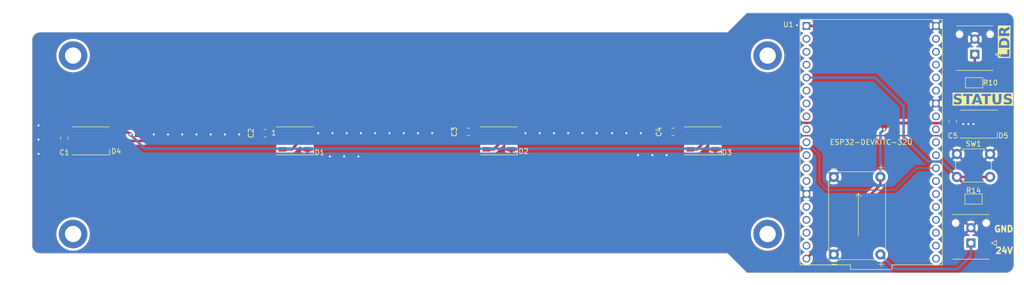
<source format=kicad_pcb>
(kicad_pcb (version 20221018) (generator pcbnew)
  (layers (0 "F.Cu" signal) (31 "B.Cu" signal) (34 "B.Paste" user) (35 "F.Paste" user) (36 "B.SilkS" user "B.Silkscreen") (37 "F.SilkS" user "F.Silkscreen") (38 "B.Mask" user) (39 "F.Mask" user) (44 "Edge.Cuts" user))
  (net 0 "")
  (net 1 "VCC")
  (net 2 "GND")
  (net 3 "DIN")
  (net 4 "Net-(J1-Pad1)")
  (net 5 "V_BAT")
  (net 6 "+3V3")
  (net 37 "Net-(U1-IO34)")
  (net 39 "Net-(D1-DOUT)")
  (net 40 "Net-(D1-DIN)")
  (net 41 "Net-(D2-DOUT)")
  (net 42 "Net-(D3-DOUT)")
  (footprint "PCM_Resistor_SMD_AKL:R_0805_2012Metric" (layer "F.Cu") (at 260.4535 83.312 180)
    (fp_text reference "R10" (at -3.1985 0 180) (layer "F.SilkS"))
    (fp_text value "2M" hide)
    (fp_line (start -1.7 -1) (end -1.7 1) (stroke (width 0.12)) (layer "F.SilkS"))
    (fp_line (start -1.7 1) (end 1.7 1) (stroke (width 0.12)) (layer "F.SilkS"))
    (fp_line (start 1.7 -1) (end -1.7 -1) (stroke (width 0.12)) (layer "F.SilkS"))
    (fp_line (start 1.7 1) (end 1.7 -1) (stroke (width 0.12)) (layer "F.SilkS"))
    (pad "1" smd roundrect (at -0.9125 0 180) (size 1.025 1.4) (layers "F.Cu" "F.Paste" "F.Mask") (roundrect_rratio 0.243902439) (net 1 "VCC"))
    (pad "2" smd roundrect (at 0.9125 0 180) (size 1.025 1.4) (layers "F.Cu" "F.Paste" "F.Mask") (roundrect_rratio 0.243902439) (net 4 "Net-(J1-Pad1)"))
  )
  (footprint "MountingHole:MountingHole_3.2mm_M3_DIN965_Pad" (layer "F.Cu") (at 83.75 113.03)
    (fp_text reference "REF**" hide)
    (fp_text value "MountingHole_3.2mm_M3_DIN965_Pad")
    (pad "1" thru_hole circle (at 0 0) (size 5.6 5.6) (drill 3.2) (layers "*.Cu" "*.Mask"))
  )
  (footprint "MountingHole:MountingHole_3.2mm_M3_DIN965_Pad" (layer "F.Cu") (at 219.964 77.978)
    (fp_text reference "REF**" hide)
    (fp_text value "MountingHole_3.2mm_M3_DIN965_Pad")
    (pad "1" thru_hole circle (at 0 0) (size 5.6 5.6) (drill 3.2) (layers "*.Cu" "*.Mask"))
  )
  (footprint "LED_SMD:LED_WS2812B_PLCC4_5.0x5.0mm_P3.2mm" (layer "F.Cu") (at 207.264 94.742)
    (fp_text reference "D3" (at 4.694 2.286) (layer "F.SilkS"))
    (fp_text value "WS2812B")
    (fp_line (start -3.65 -2.75) (end 3.65 -2.75) (stroke (width 0.12)) (layer "F.SilkS"))
    (fp_line (start -3.65 2.75) (end 3.65 2.75) (stroke (width 0.12)) (layer "F.SilkS"))
    (fp_line (start 3.65 2.75) (end 3.65 1.6) (stroke (width 0.12)) (layer "F.SilkS"))
    (pad "1" smd rect (at -2.45 -1.65) (size 1.5 0.9) (layers "F.Cu" "F.Paste" "F.Mask") (net 1 "VCC"))
    (pad "2" smd rect (at -2.45 1.65) (size 1.5 0.9) (layers "F.Cu" "F.Paste" "F.Mask") (net 42 "Net-(D3-DOUT)"))
    (pad "3" smd rect (at 2.45 1.65) (size 1.5 0.9) (layers "F.Cu" "F.Paste" "F.Mask") (net 2 "GND"))
    (pad "4" smd rect (at 2.45 -1.65) (size 1.5 0.9) (layers "F.Cu" "F.Paste" "F.Mask") (net 41 "Net-(D2-DOUT)"))
  )
  (footprint "ESP32-DEVKITC-32U:MODULE_ESP32-DEVKITC-32U" (layer "F.Cu") (at 240.284 94.996)
    (fp_text reference "U1" (at -16.256 -23.114) (layer "F.SilkS"))
    (fp_text value "ESP32-DEVKITC-32U")
    (fp_text user "ESP32-DEVKITC-32U" (at 0 0 unlocked) (layer "F.SilkS"))
    (fp_line (start -13.95 -24.1) (end -13.95 24.1) (stroke (width 0.127)) (layer "F.SilkS"))
    (fp_line (start -13.95 24.1) (end -4.07 24.1) (stroke (width 0.127)) (layer "F.SilkS"))
    (fp_line (start -4.07 24.1) (end -4.07 25) (stroke (width 0.127)) (layer "F.SilkS"))
    (fp_line (start -4.07 25) (end 4.06 25) (stroke (width 0.127)) (layer "F.SilkS"))
    (fp_line (start 4.06 24.1) (end 13.95 24.1) (stroke (width 0.127)) (layer "F.SilkS"))
    (fp_line (start 4.06 25) (end 4.06 24.1) (stroke (width 0.127)) (layer "F.SilkS"))
    (fp_line (start 9 -24.1) (end -13.95 -24.1) (stroke (width 0.127)) (layer "F.SilkS"))
    (fp_line (start 13.95 -24.1) (end 9 -24.1) (stroke (width 0.127)) (layer "F.SilkS"))
    (fp_line (start 13.95 24.1) (end 13.95 -24.1) (stroke (width 0.127)) (layer "F.SilkS"))
    (fp_circle (center -14.57 -22.97) (end -14.47 -22.97) (stroke (width 0.2)) (fill none) (layer "F.SilkS"))
    (pad "1" thru_hole rect (at -12.7 -22.85) (size 1.53 1.53) (drill 1.02) (layers "*.Cu" "*.Mask") (net 6 "+3V3"))
    (pad "2" thru_hole circle (at -12.7 -20.31) (size 1.53 1.53) (drill 1.02) (layers "*.Cu" "*.Mask"))
    (pad "3" thru_hole circle (at -12.7 -17.77) (size 1.53 1.53) (drill 1.02) (layers "*.Cu" "*.Mask"))
    (pad "4" thru_hole circle (at -12.7 -15.23) (size 1.53 1.53) (drill 1.02) (layers "*.Cu" "*.Mask"))
    (pad "5" thru_hole circle (at -12.7 -12.69) (size 1.53 1.53) (drill 1.02) (layers "*.Cu" "*.Mask") (net 37 "Net-(U1-IO34)"))
    (pad "6" thru_hole circle (at -12.7 -10.15) (size 1.53 1.53) (drill 1.02) (layers "*.Cu" "*.Mask"))
    (pad "7" thru_hole circle (at -12.7 -7.61) (size 1.53 1.53) (drill 1.02) (layers "*.Cu" "*.Mask"))
    (pad "8" thru_hole circle (at -12.7 -5.07) (size 1.53 1.53) (drill 1.02) (layers "*.Cu" "*.Mask"))
    (pad "9" thru_hole circle (at -12.7 -2.53) (size 1.53 1.53) (drill 1.02) (layers "*.Cu" "*.Mask"))
    (pad "10" thru_hole circle (at -12.7 0.01) (size 1.53 1.53) (drill 1.02) (layers "*.Cu" "*.Mask"))
    (pad "11" thru_hole circle (at -12.7 2.55) (size 1.53 1.53) (drill 1.02) (layers "*.Cu" "*.Mask"))
    (pad "12" thru_hole circle (at -12.7 5.09) (size 1.53 1.53) (drill 1.02) (layers "*.Cu" "*.Mask"))
    (pad "13" thru_hole circle (at -12.7 7.63) (size 1.53 1.53) (drill 1.02) (layers "*.Cu" "*.Mask"))
    (pad "14" thru_hole circle (at -12.7 10.17) (size 1.53 1.53) (drill 1.02) (layers "*.Cu" "*.Mask") (net 2 "GND"))
    (pad "15" thru_hole circle (at -12.7 12.71) (size 1.53 1.53) (drill 1.02) (layers "*.Cu" "*.Mask"))
    (pad "16" thru_hole circle (at -12.7 15.25) (size 1.53 1.53) (drill 1.02) (layers "*.Cu" "*.Mask"))
    (pad "17" thru_hole circle (at -12.7 17.79) (size 1.53 1.53) (drill 1.02) (layers "*.Cu" "*.Mask"))
    (pad "18" thru_hole circle (at -12.7 20.33) (size 1.53 1.53) (drill 1.02) (layers "*.Cu" "*.Mask"))
    (pad "19" thru_hole circle (at -12.7 22.87) (size 1.53 1.53) (drill 1.02) (layers "*.Cu" "*.Mask") (net 1 "VCC"))
    (pad "20" thru_hole circle (at 12.7 22.87) (size 1.53 1.53) (drill 1.02) (layers "*.Cu" "*.Mask"))
    (pad "21" thru_hole circle (at 12.7 20.33) (size 1.53 1.53) (drill 1.02) (layers "*.Cu" "*.Mask"))
    (pad "22" thru_hole circle (at 12.7 17.79) (size 1.53 1.53) (drill 1.02) (layers "*.Cu" "*.Mask"))
    (pad "23" thru_hole circle (at 12.7 15.25) (size 1.53 1.53) (drill 1.02) (layers "*.Cu" "*.Mask"))
    (pad "24" thru_hole circle (at 12.7 12.71) (size 1.53 1.53) (drill 1.02) (layers "*.Cu" "*.Mask"))
    (pad "25" thru_hole circle (at 12.7 10.17) (size 1.53 1.53) (drill 1.02) (layers "*.Cu" "*.Mask"))
    (pad "26" thru_hole circle (at 12.7 7.63) (size 1.53 1.53) (drill 1.02) (layers "*.Cu" "*.Mask"))
    (pad "27" thru_hole circle (at 12.7 5.09) (size 1.53 1.53) (drill 1.02) (layers "*.Cu" "*.Mask") (net 3 "DIN"))
    (pad "28" thru_hole circle (at 12.7 2.55) (size 1.53 1.53) (drill 1.02) (layers "*.Cu" "*.Mask"))
    (pad "29" thru_hole circle (at 12.7 0.01) (size 1.53 1.53) (drill 1.02) (layers "*.Cu" "*.Mask"))
    (pad "30" thru_hole circle (at 12.7 -2.53) (size 1.53 1.53) (drill 1.02) (layers "*.Cu" "*.Mask"))
    (pad "31" thru_hole circle (at 12.7 -5.07) (size 1.53 1.53) (drill 1.02) (layers "*.Cu" "*.Mask"))
    (pad "32" thru_hole circle (at 12.7 -7.61) (size 1.53 1.53) (drill 1.02) (layers "*.Cu" "*.Mask") (net 2 "GND"))
    (pad "33" thru_hole circle (at 12.7 -10.15) (size 1.53 1.53) (drill 1.02) (layers "*.Cu" "*.Mask"))
    (pad "34" thru_hole circle (at 12.7 -12.69) (size 1.53 1.53) (drill 1.02) (layers "*.Cu" "*.Mask"))
    (pad "35" thru_hole circle (at 12.7 -15.23) (size 1.53 1.53) (drill 1.02) (layers "*.Cu" "*.Mask"))
    (pad "36" thru_hole circle (at 12.7 -17.77) (size 1.53 1.53) (drill 1.02) (layers "*.Cu" "*.Mask"))
    (pad "37" thru_hole circle (at 12.7 -20.31) (size 1.53 1.53) (drill 1.02) (layers "*.Cu" "*.Mask"))
    (pad "38" thru_hole circle (at 12.7 -22.85) (size 1.53 1.53) (drill 1.02) (layers "*.Cu" "*.Mask") (net 2 "GND"))
  )
  (footprint "LED_SMD:LED_WS2812B_PLCC4_5.0x5.0mm_P3.2mm" (layer "F.Cu") (at 127.254 94.742)
    (fp_text reference "D1" (at 4.826 2.286) (layer "F.SilkS"))
    (fp_text value "WS2812B")
    (fp_text user "1" (at -4.15 -1.6) (layer "F.SilkS"))
    (fp_line (start -3.65 -2.75) (end 3.65 -2.75) (stroke (width 0.12)) (layer "F.SilkS"))
    (fp_line (start -3.65 2.75) (end 3.65 2.75) (stroke (width 0.12)) (layer "F.SilkS"))
    (fp_line (start 3.65 2.75) (end 3.65 1.6) (stroke (width 0.12)) (layer "F.SilkS"))
    (pad "1" smd rect (at -2.45 -1.65) (size 1.5 0.9) (layers "F.Cu" "F.Paste" "F.Mask") (net 1 "VCC"))
    (pad "2" smd rect (at -2.45 1.65) (size 1.5 0.9) (layers "F.Cu" "F.Paste" "F.Mask") (net 39 "Net-(D1-DOUT)"))
    (pad "3" smd rect (at 2.45 1.65) (size 1.5 0.9) (layers "F.Cu" "F.Paste" "F.Mask") (net 2 "GND"))
    (pad "4" smd rect (at 2.45 -1.65) (size 1.5 0.9) (layers "F.Cu" "F.Paste" "F.Mask") (net 40 "Net-(D1-DIN)"))
  )
  (footprint "Capacitor_SMD:C_0805_2012Metric_Pad1.18x1.45mm_HandSolder" (layer "F.Cu") (at 256.286 90.932 -90)
    (fp_text reference "C5" (at 2.794 0 -180) (layer "F.SilkS"))
    (fp_text value "0.1uF")
    (fp_line (start -0.261252 -0.735) (end 0.261252 -0.735) (stroke (width 0.12)) (layer "F.SilkS"))
    (fp_line (start -0.261252 0.735) (end 0.261252 0.735) (stroke (width 0.12)) (layer "F.SilkS"))
    (pad "1" smd roundrect (at -1.0375 0 270) (size 1.175 1.45) (layers "F.Cu" "F.Paste" "F.Mask") (roundrect_rratio 0.2127659574) (net 1 "VCC"))
    (pad "2" smd roundrect (at 1.0375 0 270) (size 1.175 1.45) (layers "F.Cu" "F.Paste" "F.Mask") (roundrect_rratio 0.2127659574) (net 2 "GND"))
  )
  (footprint "MountingHole:MountingHole_3.2mm_M3_DIN965_Pad" (layer "F.Cu") (at 219.964 113.03)
    (fp_text reference "REF**" hide)
    (fp_text value "MountingHole_3.2mm_M3_DIN965_Pad")
    (pad "1" thru_hole circle (at 0 0) (size 5.6 5.6) (drill 3.2) (layers "*.Cu" "*.Mask"))
  )
  (footprint "Connector_PinHeader_2.54mm:PinHeader_1x04_P2.54mm_Vertical" (layer "F.Cu") (at 237.744 109.23 90)
    (fp_text reference "J3" hide)
    (fp_text value "Mini_360_Step_Down_Buck_Converter")
    (fp_line (start -10.25 4.5) (end -9.25 4.5) (stroke (width 0.12)) (layer "F.SilkS"))
    (fp_line (start -9.75 -4.25) (end -9.75 -5.25) (stroke (width 0.12)) (layer "F.SilkS"))
    (fp_line (start -9.75 5) (end -9.75 4) (stroke (width 0.12)) (layer "F.SilkS"))
    (fp_line (start -8.8392 -5.8166) (end -8.8392 5.3594) (stroke (width 0.12)) (layer "F.SilkS"))
    (fp_line (start -8.8392 -5.8166) (end 8.4328 -5.8166) (stroke (width 0.12)) (layer "F.SilkS"))
    (fp_line (start -8.8392 5.3594) (end 8.4328 5.3594) (stroke (width 0.12)) (layer "F.SilkS"))
    (fp_line (start -4.191 0) (end 4.191 0) (stroke (width 0.12)) (layer "F.SilkS"))
    (fp_line (start 4.191 0) (end 3.5814 -0.4826) (stroke (width 0.12)) (layer "F.SilkS"))
    (fp_line (start 4.191 0) (end 3.5814 0.5334) (stroke (width 0.12)) (layer "F.SilkS"))
    (fp_line (start 8.4328 -5.8166) (end 8.4328 5.3594) (stroke (width 0.12)) (layer "F.SilkS"))
    (fp_line (start 8.75 4.5) (end 9.75 4.5) (stroke (width 0.12)) (layer "F.SilkS"))
    (fp_line (start 9 -4.25) (end 9 -5.25) (stroke (width 0.12)) (layer "F.SilkS"))
    (fp_line (start 9.25 5) (end 9.25 4) (stroke (width 0.12)) (layer "F.SilkS"))
    (pad "1" thru_hole circle (at -7.8232 -4.8006 90) (size 2 2) (drill 1) (layers "*.Cu" "*.Mask") (net 2 "GND"))
    (pad "2" thru_hole circle (at -7.8232 4.3434 90) (size 2 2) (drill 1) (layers "*.Cu" "*.Mask") (net 5 "V_BAT"))
    (pad "3" thru_hole circle (at 7.4168 -4.8006 90) (size 2 2) (drill 1) (layers "*.Cu" "*.Mask") (net 2 "GND"))
    (pad "4" thru_hole circle (at 7.4168 4.3434 90) (size 2 2) (drill 1) (layers "*.Cu" "*.Mask") (net 1 "VCC"))
  )
  (footprint "PCM_Resistor_SMD_AKL:R_0805_2012Metric" (layer "F.Cu") (at 260.35 106.172)
    (fp_text reference "R14" (at 0 -1.7) (layer "F.SilkS"))
    (fp_text value "10K" hide)
    (fp_line (start -1.7 -1) (end -1.7 1) (stroke (width 0.12)) (layer "F.SilkS"))
    (fp_line (start -1.7 1) (end 1.7 1) (stroke (width 0.12)) (layer "F.SilkS"))
    (fp_line (start 1.7 -1) (end -1.7 -1) (stroke (width 0.12)) (layer "F.SilkS"))
    (fp_line (start 1.7 1) (end 1.7 -1) (stroke (width 0.12)) (layer "F.SilkS"))
    (pad "1" smd roundrect (at -0.9125 0) (size 1.025 1.4) (layers "F.Cu" "F.Paste" "F.Mask") (roundrect_rratio 0.243902439) (net 37 "Net-(U1-IO34)"))
    (pad "2" smd roundrect (at 0.9125 0) (size 1.025 1.4) (layers "F.Cu" "F.Paste" "F.Mask") (roundrect_rratio 0.243902439) (net 6 "+3V3"))
  )
  (footprint "Button_Switch_THT:SW_PUSH_6mm" (layer "F.Cu") (at 257.1 97.318)
    (fp_text reference "SW1" (at 3.25 -2) (layer "F.SilkS"))
    (fp_text value "SW_Push")
    (fp_line (start -0.25 1.5) (end -0.25 3) (stroke (width 0.12)) (layer "F.SilkS"))
    (fp_line (start 1 5.5) (end 5.5 5.5) (stroke (width 0.12)) (layer "F.SilkS"))
    (fp_line (start 5.5 -1) (end 1 -1) (stroke (width 0.12)) (layer "F.SilkS"))
    (fp_line (start 6.75 3) (end 6.75 1.5) (stroke (width 0.12)) (layer "F.SilkS"))
    (pad "1" thru_hole circle (at 0 0 90) (size 2 2) (drill 1.1) (layers "*.Cu" "*.Mask") (net 2 "GND"))
    (pad "1" thru_hole circle (at 6.5 0 90) (size 2 2) (drill 1.1) (layers "*.Cu" "*.Mask") (net 2 "GND"))
    (pad "2" thru_hole circle (at 0 4.5 90) (size 2 2) (drill 1.1) (layers "*.Cu" "*.Mask") (net 37 "Net-(U1-IO34)"))
    (pad "2" thru_hole circle (at 6.5 4.5 90) (size 2 2) (drill 1.1) (layers "*.Cu" "*.Mask") (net 37 "Net-(U1-IO34)"))
  )
  (footprint "Capacitor_SMD:C_0805_2012Metric_Pad1.18x1.45mm_HandSolder" (layer "F.Cu") (at 201.422 92.964 180)
    (fp_text reference "C4" (at 2.794 0 90) (layer "F.SilkS"))
    (fp_text value "0.1uF")
    (fp_line (start -0.261252 -0.735) (end 0.261252 -0.735) (stroke (width 0.12)) (layer "F.SilkS"))
    (fp_line (start -0.261252 0.735) (end 0.261252 0.735) (stroke (width 0.12)) (layer "F.SilkS"))
    (pad "1" smd roundrect (at -1.0375 0 180) (size 1.175 1.45) (layers "F.Cu" "F.Paste" "F.Mask") (roundrect_rratio 0.2127659574) (net 1 "VCC"))
    (pad "2" smd roundrect (at 1.0375 0 180) (size 1.175 1.45) (layers "F.Cu" "F.Paste" "F.Mask") (roundrect_rratio 0.2127659574) (net 2 "GND"))
  )
  (footprint "Capacitor_SMD:C_0805_2012Metric_Pad1.18x1.45mm_HandSolder" (layer "F.Cu") (at 161.29 92.964 180)
    (fp_text reference "C3" (at 2.794 0 90) (layer "F.SilkS"))
    (fp_text value "0.1uF")
    (fp_line (start -0.261252 -0.735) (end 0.261252 -0.735) (stroke (width 0.12)) (layer "F.SilkS"))
    (fp_line (start -0.261252 0.735) (end 0.261252 0.735) (stroke (width 0.12)) (layer "F.SilkS"))
    (pad "1" smd roundrect (at -1.0375 0 180) (size 1.175 1.45) (layers "F.Cu" "F.Paste" "F.Mask") (roundrect_rratio 0.2127659574) (net 1 "VCC"))
    (pad "2" smd roundrect (at 1.0375 0 180) (size 1.175 1.45) (layers "F.Cu" "F.Paste" "F.Mask") (roundrect_rratio 0.2127659574) (net 2 "GND"))
  )
  (footprint "LED_SMD:LED_WS2812B_PLCC4_5.0x5.0mm_P3.2mm" (layer "F.Cu") (at 167.264 94.742)
    (fp_text reference "D2" (at 4.826 2.032) (layer "F.SilkS"))
    (fp_text value "WS2812B")
    (fp_line (start -3.65 -2.75) (end 3.65 -2.75) (stroke (width 0.12)) (layer "F.SilkS"))
    (fp_line (start -3.65 2.75) (end 3.65 2.75) (stroke (width 0.12)) (layer "F.SilkS"))
    (fp_line (start 3.65 2.75) (end 3.65 1.6) (stroke (width 0.12)) (layer "F.SilkS"))
    (pad "1" smd rect (at -2.45 -1.65) (size 1.5 0.9) (layers "F.Cu" "F.Paste" "F.Mask") (net 1 "VCC"))
    (pad "2" smd rect (at -2.45 1.65) (size 1.5 0.9) (layers "F.Cu" "F.Paste" "F.Mask") (net 41 "Net-(D2-DOUT)"))
    (pad "3" smd rect (at 2.45 1.65) (size 1.5 0.9) (layers "F.Cu" "F.Paste" "F.Mask") (net 2 "GND"))
    (pad "4" smd rect (at 2.45 -1.65) (size 1.5 0.9) (layers "F.Cu" "F.Paste" "F.Mask") (net 39 "Net-(D1-DOUT)"))
  )
  (footprint "LED_SMD:LED_WS2812B_PLCC4_5.0x5.0mm_P3.2mm" (layer "F.Cu") (at 87.254 94.742)
    (fp_text reference "D4" (at 4.948 2.032) (layer "F.SilkS"))
    (fp_text value "WS2812B")
    (fp_line (start -3.65 -2.75) (end 3.65 -2.75) (stroke (width 0.12)) (layer "F.SilkS"))
    (fp_line (start -3.65 2.75) (end 3.65 2.75) (stroke (width 0.12)) (layer "F.SilkS"))
    (fp_line (start 3.65 2.75) (end 3.65 1.6) (stroke (width 0.12)) (layer "F.SilkS"))
    (pad "1" smd rect (at -2.45 -1.65) (size 1.5 0.9) (layers "F.Cu" "F.Paste" "F.Mask") (net 1 "VCC"))
    (pad "2" smd rect (at -2.45 1.65) (size 1.5 0.9) (layers "F.Cu" "F.Paste" "F.Mask") (net 40 "Net-(D1-DIN)"))
    (pad "3" smd rect (at 2.45 1.65) (size 1.5 0.9) (layers "F.Cu" "F.Paste" "F.Mask") (net 2 "GND"))
    (pad "4" smd rect (at 2.45 -1.65) (size 1.5 0.9) (layers "F.Cu" "F.Paste" "F.Mask") (net 3 "DIN"))
  )
  (footprint "Molex_MicroFit_Vertical:43045-02xx_121314" (layer "F.Cu") (at 260.604 76.234)
    (fp_text reference "J1" hide)
    (fp_text value "43045-0212" hide)
    (fp_line (start -3.575 -4.1) (end 3.575 -4.1) (stroke (width 0.127)) (layer "F.SilkS"))
    (fp_line (start 3.575 4.67) (end -3.575 4.67) (stroke (width 0.127)) (layer "F.SilkS"))
    (fp_line (start 4 1.5) (end 5 1) (stroke (width 0.127)) (layer "F.SilkS"))
    (fp_line (start 5 1) (end 5 2) (stroke (width 0.127)) (layer "F.SilkS"))
    (fp_line (start 5 2) (end 4 1.5) (stroke (width 0.127)) (layer "F.SilkS"))
    (pad "" np_thru_hole circle (at -3 -2.44) (size 1.02 1.02) (drill 1.02) (layers "*.Cu" "*.Mask"))
    (pad "" np_thru_hole circle (at 3 -2.44) (size 1.02 1.02) (drill 1.02) (layers "*.Cu" "*.Mask"))
    (pad "1" thru_hole rect (at 0 1.5) (size 1.8 1.8) (drill 1.02) (layers "*.Cu" "*.Mask") (net 4 "Net-(J1-Pad1)"))
    (pad "2" thru_hole circle (at 0 -1.5) (size 1.8 1.8) (drill 1.02) (layers "*.Cu" "*.Mask") (net 2 "GND"))
  )
  (footprint "Capacitor_SMD:C_0805_2012Metric_Pad1.18x1.45mm_HandSolder" (layer "F.Cu") (at 121.412 93.218 180)
    (fp_text reference "C2" (at 2.7725 0 90) (layer "F.SilkS"))
    (fp_text value "0.1uF")
    (fp_line (start -0.261252 -0.735) (end 0.261252 -0.735) (stroke (width 0.12)) (layer "F.SilkS"))
    (fp_line (start -0.261252 0.735) (end 0.261252 0.735) (stroke (width 0.12)) (layer "F.SilkS"))
    (pad "1" smd roundrect (at -1.0375 0 180) (size 1.175 1.45) (layers "F.Cu" "F.Paste" "F.Mask") (roundrect_rratio 0.2127659574) (net 1 "VCC"))
    (pad "2" smd roundrect (at 1.0375 0 180) (size 1.175 1.45) (layers "F.Cu" "F.Paste" "F.Mask") (roundrect_rratio 0.2127659574) (net 2 "GND"))
  )
  (footprint "Capacitor_SMD:C_0805_2012Metric_Pad1.18x1.45mm_HandSolder" (layer "F.Cu") (at 82.042 94.234 -90)
    (fp_text reference "C1" (at 2.794 0) (layer "F.SilkS"))
    (fp_text value "0.1uF")
    (fp_line (start -0.261252 -0.735) (end 0.261252 -0.735) (stroke (width 0.12)) (layer "F.SilkS"))
    (fp_line (start -0.261252 0.735) (end 0.261252 0.735) (stroke (width 0.12)) (layer "F.SilkS"))
    (pad "1" smd roundrect (at -1.0375 0 270) (size 1.175 1.45) (layers "F.Cu" "F.Paste" "F.Mask") (roundrect_rratio 0.2127659574) (net 1 "VCC"))
    (pad "2" smd roundrect (at 1.0375 0 270) (size 1.175 1.45) (layers "F.Cu" "F.Paste" "F.Mask") (roundrect_rratio 0.2127659574) (net 2 "GND"))
  )
  (footprint "Molex_MicroFit_Vertical:43045-02xx_121314" (layer "F.Cu") (at 259.842 113.308)
    (fp_text reference "J2" hide)
    (fp_text value "43045-0212" hide)
    (fp_line (start -3.575 -4.1) (end 3.575 -4.1) (stroke (width 0.127)) (layer "F.SilkS"))
    (fp_line (start 3.575 4.67) (end -3.575 4.67) (stroke (width 0.127)) (layer "F.SilkS"))
    (fp_line (start 4 1.5) (end 5 1) (stroke (width 0.127)) (layer "F.SilkS"))
    (fp_line (start 5 1) (end 5 2) (stroke (width 0.127)) (layer "F.SilkS"))
    (fp_line (start 5 2) (end 4 1.5) (stroke (width 0.127)) (layer "F.SilkS"))
    (pad "" np_thru_hole circle (at -3 -2.44) (size 1.02 1.02) (drill 1.02) (layers "*.Cu" "*.Mask"))
    (pad "" np_thru_hole circle (at 3 -2.44) (size 1.02 1.02) (drill 1.02) (layers "*.Cu" "*.Mask"))
    (pad "1" thru_hole rect (at 0 1.5) (size 1.8 1.8) (drill 1.02) (layers "*.Cu" "*.Mask") (net 5 "V_BAT"))
    (pad "2" thru_hole circle (at 0 -1.5) (size 1.8 1.8) (drill 1.02) (layers "*.Cu" "*.Mask") (net 2 "GND"))
  )
  (footprint "LED_SMD:LED_WS2812B_PLCC4_5.0x5.0mm_P3.2mm" (layer "F.Cu") (at 261.366 91.44)
    (fp_text reference "D5" (at 4.826 2.286) (layer "F.SilkS"))
    (fp_text value "WS2812B")
    (fp_line (start -3.65 -2.75) (end 3.65 -2.75) (stroke (width 0.12)) (layer "F.SilkS"))
    (fp_line (start -3.65 2.75) (end 3.65 2.75) (stroke (width 0.12)) (layer "F.SilkS"))
    (fp_line (start 3.65 2.75) (end 3.65 1.6) (stroke (width 0.12)) (layer "F.SilkS"))
    (pad "1" smd rect (at -2.45 -1.65) (size 1.5 0.9) (layers "F.Cu" "F.Paste" "F.Mask") (net 1 "VCC"))
    (pad "2" smd rect (at -2.45 1.65) (size 1.5 0.9) (layers "F.Cu" "F.Paste" "F.Mask"))
    (pad "3" smd rect (at 2.45 1.65) (size 1.5 0.9) (layers "F.Cu" "F.Paste" "F.Mask") (net 2 "GND"))
    (pad "4" smd rect (at 2.45 -1.65) (size 1.5 0.9) (layers "F.Cu" "F.Paste" "F.Mask") (net 42 "Net-(D3-DOUT)"))
  )
  (footprint "MountingHole:MountingHole_3.2mm_M3_DIN965_Pad" (layer "F.Cu") (at 83.75 77.978)
    (fp_text reference "REF**" hide)
    (fp_text value "MountingHole_3.2mm_M3_DIN965_Pad")
    (pad "1" thru_hole circle (at 0 0) (size 5.6 5.6) (drill 3.2) (layers "*.Cu" "*.Mask"))
  )
  (gr_line (start 268.224 119.126) (end 268.224 71.12) (stroke (width 0.1)) (layer "Edge.Cuts"))
  (gr_line (start 212.09 116.84) (end 77.25 116.84) (stroke (width 0.1)) (layer "Edge.Cuts"))
  (gr_arc (start 75.726 74.93) (mid 76.172369 73.852369) (end 77.25 73.406) (stroke (width 0.1)) (layer "Edge.Cuts"))
  (gr_arc (start 77.25 116.84) (mid 76.172369 116.393631) (end 75.726 115.316) (stroke (width 0.1)) (layer "Edge.Cuts"))
  (gr_line (start 212.09 73.406) (end 77.25 73.406) (stroke (width 0.1)) (layer "Edge.Cuts"))
  (gr_line (start 215.9 69.596) (end 212.09 73.406) (stroke (width 0.1)) (layer "Edge.Cuts"))
  (gr_arc (start 268.224 119.126) (mid 267.777631 120.203631) (end 266.7 120.65) (stroke (width 0.1)) (layer "Edge.Cuts"))
  (gr_line (start 266.7 120.65) (end 215.9 120.65) (stroke (width 0.1)) (layer "Edge.Cuts"))
  (gr_arc (start 266.7 69.596) (mid 267.777631 70.042369) (end 268.224 71.12) (stroke (width 0.1)) (layer "Edge.Cuts"))
  (gr_line (start 215.9 120.65) (end 212.09 116.84) (stroke (width 0.1)) (layer "Edge.Cuts"))
  (gr_line (start 75.726 74.93) (end 75.726 115.316) (stroke (width 0.1)) (layer "Edge.Cuts"))
  (gr_line (start 215.9 69.596) (end 266.7 69.596) (stroke (width 0.1)) (layer "Edge.Cuts"))
  (gr_text "STATUS" (at 256.25 87.884) (layer "F.SilkS" knockout) (effects (font (size 2 2) (thickness 0.3) bold) (justify left bottom)))
  (gr_text "LDR" (at 267.716 78.486 90) (layer "F.SilkS" knockout) (effects (font (size 2 2) (thickness 0.3) bold) (justify left bottom)))
  (gr_text "24V" (at 264.5 117) (layer "F.SilkS") (effects (font (size 1.2 1.2) (thickness 0.3) bold) (justify left bottom)))
  (gr_text "GND" (at 264.25 112.75) (layer "F.SilkS") (effects (font (size 1.2 1.2) (thickness 0.3) bold) (justify left bottom)))
  (segment (start 244.348 91.251) (end 244.029 91.251) (width 0.5) (layer "F.Cu") (net 1))
  (segment (start 242.824 91.186) (end 243.459 91.821) (width 0.5) (layer "F.Cu") (net 1))
  (segment (start 246.126 91.251) (end 254.9295 91.251) (width 0.5) (layer "F.Cu") (net 1))
  (segment (start 243.459 91.821) (end 243.205 92.075) (width 0.5) (layer "F.Cu") (net 1))
  (segment (start 242.824 91.948) (end 242.824 91.694) (width 0.5) (layer "F.Cu") (net 1))
  (segment (start 162.3275 92.2235) (end 162.3275 92.964) (width 0.5) (layer "F.Cu") (net 1))
  (segment (start 204.686 92.964) (end 204.814 93.092) (width 0.5) (layer "F.Cu") (net 1))
  (segment (start 261.366 87.884) (end 259.46 89.79) (width 0.5) (layer "F.Cu") (net 1))
  (segment (start 244.029 91.251) (end 243.459 91.821) (width 0.5) (layer "F.Cu") (net 1))
  (segment (start 261.366 83.312) (end 261.366 87.884) (width 0.5) (layer "F.Cu") (net 1))
  (segment (start 201.93 91.694) (end 202.4595 92.2235) (width 0.5) (layer "F.Cu") (net 1))
  (segment (start 241.554 91.186) (end 242.824 92.456) (width 0.5) (layer "F.Cu") (net 1))
  (segment (start 124.804 93.092) (end 125.602 93.092) (width 0.5) (layer "F.Cu") (net 1))
  (segment (start 121.1795 91.948) (end 122.4495 93.218) (width 0.5) (layer "F.Cu") (net 1))
  (segment (start 204.814 93.092) (end 206.212 91.694) (width 0.5) (layer "F.Cu") (net 1))
  (segment (start 242.443 91.567) (end 242.316 91.694) (width 0.5) (layer "F.Cu") (net 1))
  (segment (start 242.0874 103.3626) (end 242.0874 101.8132) (width 0.5) (layer "F.Cu") (net 1))
  (segment (start 241.554 91.186) (end 242.57 91.186) (width 0.5) (layer "F.Cu") (net 1))
  (segment (start 124.678 93.218) (end 124.804 93.092) (width 0.5) (layer "F.Cu") (net 1))
  (segment (start 242.824 91.694) (end 243.205 92.075) (width 0.5) (layer "F.Cu") (net 1))
  (segment (start 239.776 91.186) (end 248.347 91.186) (width 0.5) (layer "F.Cu") (net 1))
  (segment (start 243.267 91.251) (end 242.824 91.694) (width 0.5) (layer "F.Cu") (net 1))
  (segment (start 244.348 91.251) (end 243.267 91.251) (width 0.5) (layer "F.Cu") (net 1))
  (segment (start 242.824 91.44) (end 242.57 91.186) (width 0.5) (layer "F.Cu") (net 1))
  (segment (start 258.8115 89.8945) (end 258.916 89.79) (width 0.5) (layer "F.Cu") (net 1))
  (segment (start 225.806 91.186) (end 239.776 91.186) (width 0.5) (layer "F.Cu") (net 1))
  (segment (start 254.9295 91.251) (end 248.412 91.251) (width 0.5) (layer "F.Cu") (net 1))
  (segment (start 227.584 117.866) (end 242.0874 103.3626) (width 0.5) (layer "F.Cu") (net 1))
  (segment (start 202.4595 92.964) (end 204.686 92.964) (width 0.5) (layer "F.Cu") (net 1))
  (segment (start 82.042 93.171) (end 84.725 93.171) (width 0.5) (layer "F.Cu") (net 1))
  (segment (start 248.412 91.251) (end 246.126 91.251) (width 0.5) (layer "F.Cu") (net 1))
  (segment (start 85.978 93.092) (end 87.122 91.948) (width 0.5) (layer "F.Cu") (net 1))
  (segment (start 162.3275 92.964) (end 164.686 92.964) (width 0.5) (layer "F.Cu") (net 1))
  (segment (start 239.776 91.186) (end 241.554 91.186) (width 0.5) (layer "F.Cu") (net 1))
  (segment (start 246.126 91.251) (end 244.348 91.251) (width 0.5) (layer "F.Cu") (net 1))
  (segment (start 242.824 91.694) (end 242.824 91.44) (width 0.5) (layer "F.Cu") (net 1))
  (segment (start 242.316 91.694) (end 242.316 91.44) (width 0.5) (layer "F.Cu") (net 1))
  (segment (start 242.57 91.186) (end 242.824 91.186) (width 0.5) (layer "F.Cu") (net 1))
  (segment (start 84.804 93.092) (end 85.978 93.092) (width 0.5) (layer "F.Cu") (net 1))
  (segment (start 164.686 92.964) (end 164.814 93.092) (width 0.5) (layer "F.Cu") (net 1))
  (segment (start 165.226 93.092) (end 166.624 91.694) (width 0.5) (layer "F.Cu") (net 1))
  (segment (start 206.212 91.694) (end 225.298 91.694) (width 0.5) (layer "F.Cu") (net 1))
  (segment (start 243.205 92.075) (end 242.824 92.456) (width 0.5) (layer "F.Cu") (net 1))
  (segment (start 202.4595 92.2235) (end 202.4595 92.964) (width 0.5) (layer "F.Cu") (net 1))
  (segment (start 125.602 93.092) (end 126.905 91.789) (width 0.5) (layer "F.Cu") (net 1))
  (segment (start 161.893 91.789) (end 162.3275 92.2235) (width 0.5) (layer "F.Cu") (net 1))
  (segment (start 242.443 91.567) (end 242.824 91.948) (width 0.5) (layer "F.Cu") (net 1))
  (segment (start 256.286 89.8945) (end 258.8115 89.8945) (width 0.5) (layer "F.Cu") (net 1))
  (segment (start 225.298 91.694) (end 225.806 91.186) (width 0.5) (layer "F.Cu") (net 1))
  (segment (start 166.624 91.694) (end 201.93 91.694) (width 0.5) (layer "F.Cu") (net 1))
  (segment (start 248.347 91.186) (end 248.412 91.251) (width 0.5) (layer "F.Cu") (net 1))
  (segment (start 259.46 89.79) (end 258.916 89.79) (width 0.5) (layer "F.Cu") (net 1))
  (segment (start 242.824 92.456) (end 242.824 91.948) (width 0.5) (layer "F.Cu") (net 1))
  (segment (start 246.126 91.251) (end 243.267 91.251) (width 0.5) (layer "F.Cu") (net 1))
  (segment (start 256.286 89.8945) (end 254.9295 91.251) (width 0.5) (layer "F.Cu") (net 1))
  (segment (start 164.814 93.092) (end 165.226 93.092) (width 0.5) (layer "F.Cu") (net 1))
  (segment (start 87.122 91.948) (end 121.1795 91.948) (width 0.5) (layer "F.Cu") (net 1))
  (segment (start 122.4495 93.218) (end 124.678 93.218) (width 0.5) (layer "F.Cu") (net 1))
  (segment (start 84.725 93.171) (end 84.804 93.092) (width 0.5) (layer "F.Cu") (net 1))
  (segment (start 126.905 91.789) (end 161.893 91.789) (width 0.5) (layer "F.Cu") (net 1))
  (via (at 242.824 92.456) (size 0.8) (drill 0.4) (layers "F.Cu" "B.Cu") (net 1))
  (segment (start 242.824 92.456) (end 242.0874 93.1926) (width 0.5) (layer "B.Cu") (net 1))
  (segment (start 242.0874 93.1926) (end 242.0874 101.8132) (width 0.5) (layer "B.Cu") (net 1))
  (segment (start 154.432 92.964) (end 154.178 93.218) (width 0.5) (layer "F.Cu") (net 2))
  (segment (start 116.586 93.218) (end 116.332 93.472) (width 0.5) (layer "F.Cu") (net 2))
  (segment (start 120.3745 93.218) (end 116.586 93.218) (width 0.5) (layer "F.Cu") (net 2))
  (segment (start 160.2525 92.964) (end 154.432 92.964) (width 0.5) (layer "F.Cu") (net 2))
  (via (at 76.962 97.282) (size 0.8) (drill 0.4) (layers "F.Cu" "B.Cu") (net 2))
  (via (at 183.642 93.218) (size 0.8) (drill 0.4) (layers "F.Cu" "B.Cu") (net 2))
  (via (at 137.414 93.218) (size 0.8) (drill 0.4) (layers "F.Cu" "B.Cu") (net 2))
  (via (at 131.826 93.218) (size 0.8) (drill 0.4) (layers "F.Cu" "B.Cu") (net 2))
  (via (at 197.358 97.536) (size 0.8) (drill 0.4) (layers "F.Cu" "B.Cu") (net 2))
  (via (at 194.564 97.536) (size 0.8) (drill 0.4) (layers "F.Cu" "B.Cu") (net 2))
  (via (at 134.112 97.79) (size 0.8) (drill 0.4) (layers "F.Cu" "B.Cu") (net 2))
  (via (at 99.568 93.472) (size 0.8) (drill 0.4) (layers "F.Cu" "B.Cu") (net 2))
  (via (at 113.538 93.472) (size 0.8) (drill 0.4) (layers "F.Cu" "B.Cu") (net 2))
  (via (at 172.466 93.218) (size 0.8) (drill 0.4) (layers "F.Cu" "B.Cu") (net 2))
  (via (at 116.332 93.472) (size 0.8) (drill 0.4) (layers "F.Cu" "B.Cu") (net 2))
  (via (at 192.278 93.218) (size 0.8) (drill 0.4) (layers "F.Cu" "B.Cu") (net 2))
  (via (at 143.002 93.218) (size 0.8) (drill 0.4) (layers "F.Cu" "B.Cu") (net 2))
  (via (at 139.7 97.79) (size 0.8) (drill 0.4) (layers "F.Cu" "B.Cu") (net 2))
  (via (at 145.796 93.218) (size 0.8) (drill 0.4) (layers "F.Cu" "B.Cu") (net 2))
  (via (at 76.962 94.488) (size 0.8) (drill 0.4) (layers "F.Cu" "B.Cu") (net 2))
  (via (at 259.334 91.44) (size 0.8) (drill 0.4) (layers "F.Cu" "B.Cu") (net 2))
  (via (at 151.384 93.218) (size 0.8) (drill 0.4) (layers "F.Cu" "B.Cu") (net 2))
  (via (at 110.744 93.472) (size 0.8) (drill 0.4) (layers "F.Cu" "B.Cu") (net 2))
  (via (at 189.484 93.218) (size 0.8) (drill 0.4) (layers "F.Cu" "B.Cu") (net 2))
  (via (at 178.054 93.218) (size 0.8) (drill 0.4) (layers "F.Cu" "B.Cu") (net 2))
  (via (at 195.072 93.218) (size 0.8) (drill 0.4) (layers "F.Cu" "B.Cu") (net 2))
  (via (at 180.848 93.218) (size 0.8) (drill 0.4) (layers "F.Cu" "B.Cu") (net 2))
  (via (at 186.436 93.218) (size 0.8) (drill 0.4) (layers "F.Cu" "B.Cu") (net 2))
  (via (at 136.906 97.79) (size 0.8) (drill 0.4) (layers "F.Cu" "B.Cu") (net 2))
  (via (at 154.178 93.218) (size 0.8) (drill 0.4) (layers "F.Cu" "B.Cu") (net 2))
  (via (at 200.152 97.536) (size 0.8) (drill 0.4) (layers "F.Cu" "B.Cu") (net 2))
  (via (at 107.95 93.472) (size 0.8) (drill 0.4) (layers "F.Cu" "B.Cu") (net 2))
  (via (at 102.362 93.472) (size 0.8) (drill 0.4) (layers "F.Cu" "B.Cu") (net 2))
  (via (at 76.962 91.694) (size 0.8) (drill 0.4) (layers "F.Cu" "B.Cu") (net 2))
  (via (at 260.35 91.44) (size 0.8) (drill 0.4) (layers "F.Cu" "B.Cu") (net 2))
  (via (at 134.62 93.218) (size 0.8) (drill 0.4) (layers "F.Cu" "B.Cu") (net 2))
  (via (at 258.318 91.44) (size 0.8) (drill 0.4) (layers "F.Cu" "B.Cu") (net 2))
  (via (at 175.26 93.218) (size 0.8) (drill 0.4) (layers "F.Cu" "B.Cu") (net 2))
  (via (at 105.156 93.472) (size 0.8) (drill 0.4) (layers "F.Cu" "B.Cu") (net 2))
  (via (at 148.59 93.218) (size 0.8) (drill 0.4) (layers "F.Cu" "B.Cu") (net 2))
  (via (at 140.208 93.218) (size 0.8) (drill 0.4) (layers "F.Cu" "B.Cu") (net 2))
  (segment (start 89.704 93.092) (end 94.616 93.092) (width 0.5) (layer "F.Cu") (net 3))
  (segment (start 94.616 93.092) (end 94.996 93.472) (width 0.5) (layer "F.Cu") (net 3))
  (via (at 94.996 93.472) (size 0.8) (drill 0.4) (layers "F.Cu" "B.Cu") (net 3))
  (segment (start 97.79 96.266) (end 94.996 93.472) (width 0.5) (layer "B.Cu") (net 3))
  (segment (start 252.984 100.086) (end 249.164 100.086) (width 0.25) (layer "B.Cu") (net 3))
  (segment (start 244.856 104.394) (end 231.648 104.394) (width 0.25) (layer "B.Cu") (net 3))
  (segment (start 230.124 97.536) (end 228.854 96.266) (width 0.25) (layer "B.Cu") (net 3))
  (segment (start 230.124 102.87) (end 230.124 97.536) (width 0.25) (layer "B.Cu") (net 3))
  (segment (start 226.314 96.266) (end 97.79 96.266) (width 0.5) (layer "B.Cu") (net 3))
  (segment (start 228.854 96.266) (end 226.314 96.266) (width 0.25) (layer "B.Cu") (net 3))
  (segment (start 231.648 104.394) (end 230.124 102.87) (width 0.25) (layer "B.Cu") (net 3))
  (segment (start 249.164 100.086) (end 244.856 104.394) (width 0.25) (layer "B.Cu") (net 3))
  (segment (start 259.541 81.073) (end 260.604 80.01) (width 0.5) (layer "F.Cu") (net 4))
  (segment (start 260.604 80.01) (end 260.604 77.734) (width 0.5) (layer "F.Cu") (net 4))
  (segment (start 259.541 83.312) (end 259.541 81.073) (width 0.5) (layer "F.Cu") (net 4))
  (segment (start 242.0874 117.0532) (end 244.9222 119.888) (width 0.5) (layer "B.Cu") (net 5))
  (segment (start 257.302 119.888) (end 259.842 117.348) (width 0.5) (layer "B.Cu") (net 5))
  (segment (start 259.842 117.348) (end 259.842 114.808) (width 0.5) (layer "B.Cu") (net 5))
  (segment (start 244.9222 119.888) (end 257.302 119.888) (width 0.5) (layer "B.Cu") (net 5))
  (segment (start 234.442 70.612) (end 232.908 72.146) (width 0.5) (layer "F.Cu") (net 6))
  (segment (start 266.954 72.644) (end 264.922 70.612) (width 0.5) (layer "F.Cu") (net 6))
  (segment (start 261.2625 106.172) (end 264.414 106.172) (width 0.5) (layer "F.Cu") (net 6))
  (segment (start 264.414 106.172) (end 266.954 103.632) (width 0.5) (layer "F.Cu") (net 6))
  (segment (start 266.954 103.632) (end 266.954 72.644) (width 0.5) (layer "F.Cu") (net 6))
  (segment (start 232.908 72.146) (end 227.584 72.146) (width 0.5) (layer "F.Cu") (net 6))
  (segment (start 264.922 70.612) (end 234.442 70.612) (width 0.5) (layer "F.Cu") (net 6))
  (segment (start 259.4375 104.1555) (end 257.1 101.818) (width 0.5) (layer "F.Cu") (net 37))
  (segment (start 257.1 101.818) (end 263.6 101.818) (width 0.5) (layer "F.Cu") (net 37))
  (segment (start 259.4375 106.172) (end 259.4375 104.1555) (width 0.5) (layer "F.Cu") (net 37))
  (segment (start 257.1 101.818) (end 254.088 98.806) (width 0.5) (layer "B.Cu") (net 37))
  (segment (start 251.46 98.806) (end 246.634 93.98) (width 0.5) (layer "B.Cu") (net 37))
  (segment (start 241.056 82.306) (end 227.584 82.306) (width 0.5) (layer "B.Cu") (net 37))
  (segment (start 246.634 87.884) (end 241.056 82.306) (width 0.5) (layer "B.Cu") (net 37))
  (segment (start 246.634 93.98) (end 246.634 87.884) (width 0.5) (layer "B.Cu") (net 37))
  (segment (start 254.088 98.806) (end 251.46 98.806) (width 0.5) (layer "B.Cu") (net 37))
  (segment (start 165.862 94.742) (end 167.512 93.092) (width 0.5) (layer "F.Cu") (net 39))
  (segment (start 128.27 94.742) (end 165.862 94.742) (width 0.5) (layer "F.Cu") (net 39))
  (segment (start 124.804 96.392) (end 126.62 96.392) (width 0.5) (layer "F.Cu") (net 39))
  (segment (start 126.62 96.392) (end 128.27 94.742) (width 0.5) (layer "F.Cu") (net 39))
  (segment (start 167.512 93.092) (end 169.714 93.092) (width 0.5) (layer "F.Cu") (net 39))
  (segment (start 85.852 94.742) (end 126.492 94.742) (width 0.5) (layer "F.Cu") (net 40))
  (segment (start 84.804 96.392) (end 84.804 95.79) (width 0.5) (layer "F.Cu") (net 40))
  (segment (start 126.492 94.742) (end 128.142 93.092) (width 0.5) (layer "F.Cu") (net 40))
  (segment (start 84.804 95.79) (end 85.852 94.742) (width 0.5) (layer "F.Cu") (net 40))
  (segment (start 128.142 93.092) (end 129.704 93.092) (width 0.5) (layer "F.Cu") (net 40))
  (segment (start 207.39 93.092) (end 205.74 94.742) (width 0.5) (layer "F.Cu") (net 41))
  (segment (start 167.894 94.742) (end 166.244 96.392) (width 0.5) (layer "F.Cu") (net 41))
  (segment (start 205.74 94.742) (end 167.894 94.742) (width 0.5) (layer "F.Cu") (net 41))
  (segment (start 166.244 96.392) (end 164.814 96.392) (width 0.5) (layer "F.Cu") (net 41))
  (segment (start 209.714 93.092) (end 207.39 93.092) (width 0.5) (layer "F.Cu") (net 41))
  (segment (start 224.282 94.742) (end 225.298 93.726) (width 0.5) (layer "F.Cu") (net 42))
  (segment (start 263.816 89.79) (end 261.62 91.986) (width 0.25) (layer "F.Cu") (net 42))
  (segment (start 255.27 93.726) (end 226.314 93.726) (width 0.25) (layer "F.Cu") (net 42))
  (segment (start 225.298 93.726) (end 226.314 93.726) (width 0.5) (layer "F.Cu") (net 42))
  (segment (start 261.62 93.472) (end 260.35 94.742) (width 0.25) (layer "F.Cu") (net 42))
  (segment (start 256.286 94.742) (end 255.27 93.726) (width 0.25) (layer "F.Cu") (net 42))
  (segment (start 261.62 91.986) (end 261.62 93.472) (width 0.25) (layer "F.Cu") (net 42))
  (segment (start 206.122 96.392) (end 207.772 94.742) (width 0.5) (layer "F.Cu") (net 42))
  (segment (start 260.35 94.742) (end 256.286 94.742) (width 0.25) (layer "F.Cu") (net 42))
  (segment (start 207.772 94.742) (end 224.282 94.742) (width 0.5) (layer "F.Cu") (net 42))
  (segment (start 204.814 96.392) (end 206.122 96.392) (width 0.5) (layer "F.Cu") (net 42))
  (zone (net 2) (net_name "GND") (layers "F&B.Cu") (connect_pads (clearance 0.5)) (min_thickness 0.25) (fill yes (thermal_gap 0.5) (thermal_bridge_width 0.5))
    (polygon (pts (xy 73.152 67.056) (xy 270.256 67.056) (xy 270.256 121.412) (xy 270.002 121.666) (xy 73.152 121.666)))
  )
)
</source>
